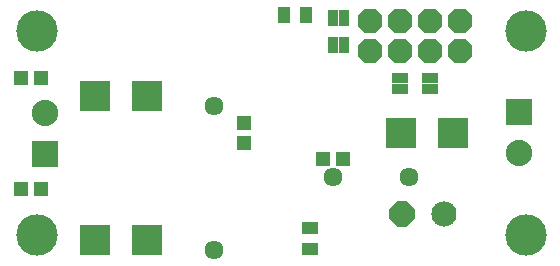
<source format=gbs>
G75*
G70*
%OFA0B0*%
%FSLAX24Y24*%
%IPPOS*%
%LPD*%
%AMOC8*
5,1,8,0,0,1.08239X$1,22.5*
%
%ADD10R,0.1025X0.1025*%
%ADD11R,0.0552X0.0395*%
%ADD12R,0.0395X0.0552*%
%ADD13R,0.0513X0.0474*%
%ADD14R,0.0474X0.0513*%
%ADD15R,0.0880X0.0880*%
%ADD16C,0.0880*%
%ADD17C,0.1380*%
%ADD18C,0.0840*%
%ADD19OC8,0.0840*%
%ADD20R,0.0330X0.0580*%
%ADD21R,0.0580X0.0330*%
%ADD22OC8,0.0820*%
%ADD23C,0.0634*%
D10*
X003185Y001706D03*
X004917Y001706D03*
X004917Y006506D03*
X003185Y006506D03*
X013385Y005256D03*
X015117Y005256D03*
D11*
X010351Y002110D03*
X010351Y001402D03*
D12*
X010206Y009206D03*
X009497Y009206D03*
D13*
X001386Y007106D03*
X000717Y007106D03*
X000717Y003406D03*
X001386Y003406D03*
X010767Y004406D03*
X011436Y004406D03*
D14*
X008151Y004921D03*
X008151Y005591D03*
D15*
X001501Y004556D03*
X017301Y005956D03*
D16*
X017301Y004578D03*
X001501Y005934D03*
D17*
X001251Y008656D03*
X001251Y001856D03*
X017551Y001856D03*
X017551Y008656D03*
D18*
X014801Y002556D03*
D19*
X013426Y002556D03*
D20*
X011478Y008206D03*
X011124Y008206D03*
X011124Y009106D03*
X011478Y009106D03*
D21*
X013351Y007083D03*
X013351Y006729D03*
X014351Y006729D03*
X014351Y007083D03*
D22*
X014351Y008006D03*
X013351Y008006D03*
X012351Y008006D03*
X012351Y009006D03*
X013351Y009006D03*
X014351Y009006D03*
X015351Y009006D03*
X015351Y008006D03*
D23*
X013651Y003806D03*
X011101Y003806D03*
X007151Y006156D03*
X007151Y001356D03*
M02*

</source>
